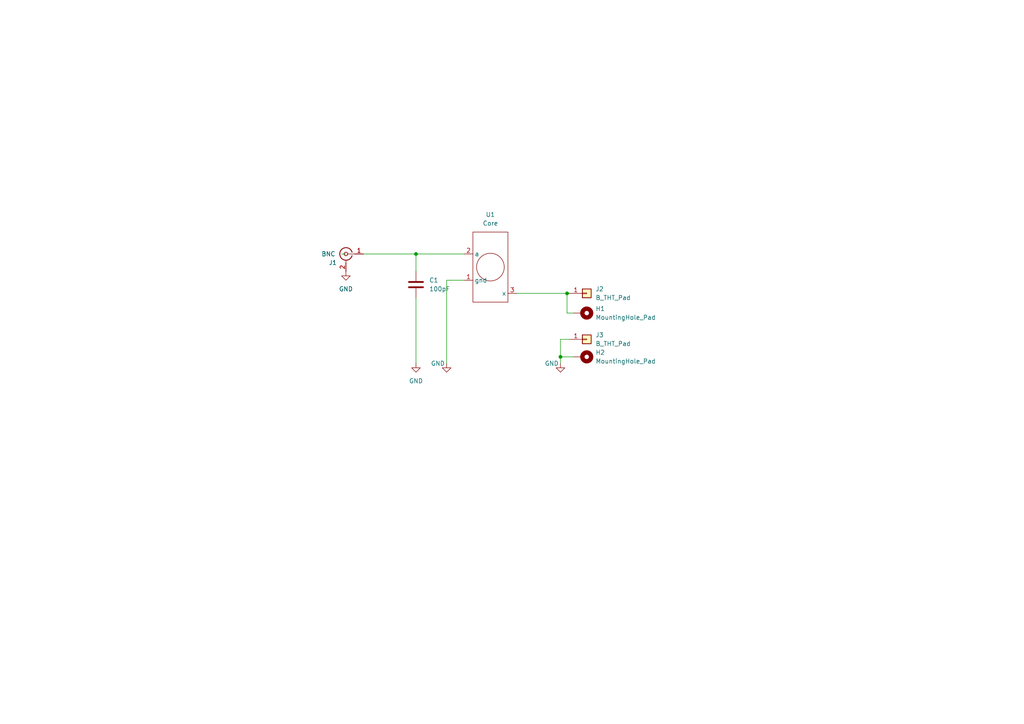
<source format=kicad_sch>
(kicad_sch (version 20211123) (generator eeschema)
  (paper "A4")
  (lib_symbols
    (symbol "Connector:Conn_Coaxial" (pin_names (offset 1.016) hide)
      (property "Reference" "J" (at 0.254 3.048 0))
      (property "Value" "Conn_Coaxial" (at 2.921 0 90))
      (symbol "Conn_Coaxial_0_1"
        (arc (start -1.778 -0.508) (mid 0.222 -1.808) (end 1.778 0) (stroke (width 0.254)))
        (polyline (pts (xy -2.54 0) (xy -0.508 0)))
        (polyline (pts (xy 0 -2.54) (xy 0 -1.778)))
        (circle (center 0 0) (radius 0.508) (stroke (width 0.2032)))
        (arc (start 1.778 0) (mid 0.222 1.8083) (end -1.778 0.508) (stroke (width 0.254)))
      )
      (symbol "Conn_Coaxial_1_1"
        (pin passive line (at -5.08 0 0) (length 2.54) (name "In") (number "1"))
        (pin passive line (at 0 -5.08 90) (length 2.54) (name "Ext") (number "2"))
      )
    )
    (symbol "Connector_Generic:Conn_01x01" (pin_names (offset 1.016) hide)
      (property "Reference" "J" (at 0 2.54 0))
      (property "Value" "Conn_01x01" (at 0 -2.54 0))
      (symbol "Conn_01x01_1_1"
        (rectangle (start -1.27 0.127) (end 0 -0.127) (stroke (width 0.1524)))
        (rectangle (start -1.27 1.27) (end 1.27 -1.27) (stroke (width 0.254)) (fill (type background)))
        (pin passive line (at -5.08 0 0) (length 3.81) (name "Pin_1") (number "1"))
      )
    )
    (symbol "Device:C" (pin_numbers hide) (pin_names (offset 0.254))
      (property "Reference" "C" (at 0.635 2.54 0))
      (property "Value" "C" (at 0.635 -2.54 0))
      (symbol "C_0_1"
        (polyline (pts (xy -2.032 -0.762) (xy 2.032 -0.762)) (stroke (width 0.508)))
        (polyline (pts (xy -2.032 0.762) (xy 2.032 0.762)) (stroke (width 0.508)))
      )
      (symbol "C_1_1"
        (pin passive line (at 0 3.81 270) (length 2.794) (name "~") (number "1"))
        (pin passive line (at 0 -3.81 90) (length 2.794) (name "~") (number "2"))
      )
    )
    (symbol "Mechanical:MountingHole_Pad" (pin_numbers hide) (pin_names (offset 1.016) hide)
      (property "Reference" "H" (at 0 6.35 0))
      (property "Value" "MountingHole_Pad" (at 0 4.445 0))
      (symbol "MountingHole_Pad_0_1"
        (circle (center 0 1.27) (radius 1.27) (stroke (width 1.27)))
      )
      (symbol "MountingHole_Pad_1_1"
        (pin input line (at 0 -2.54 90) (length 2.54) (name "1") (number "1"))
      )
    )
    (symbol "UniBalun:Core"
      (property "Reference" "U" (at 0 0 0))
      (property "Value" "Core" (at -7.62 3.81 0))
      (symbol "Core_0_1"
        (rectangle (start -10.16 5.08) (end 10.16 -5.08))
        (circle (center 0 0) (radius 4.0161))
      )
      (symbol "Core_1_1"
        (pin input line (at 3.81 -7.62 90) (length 2.54) (name "gnd") (number "1"))
        (pin output line (at -3.81 -7.62 90) (length 2.54) (name "a") (number "2"))
        (pin output line (at 7.62 7.62 270) (length 2.54) (name "x") (number "3"))
      )
    )
    (symbol "power:GND" (power) (pin_names (offset 0))
      (property "Value" "GND" (at 0 -3.81 0))
      (symbol "GND_0_1"
        (polyline (pts (xy 0 0) (xy 0 -1.27) (xy 1.27 -1.27) (xy 0 -2.54) (xy -1.27 -1.27) (xy 0 -1.27)))
      )
      (symbol "GND_1_1"
        (pin power_in line (at 0 0 270) (length 0) hide (name "GND") (number "1"))
      )
    )
  )
  (junction (at 164.465 85.09))
  (junction (at 120.65 73.66))
  (junction (at 162.56 103.505))
  (wire (pts (xy 164.465 90.805) (xy 164.465 85.09)))
  (wire (pts (xy 129.54 105.41) (xy 129.54 81.28)))
  (wire (pts (xy 129.54 81.28) (xy 134.62 81.28)))
  (wire (pts (xy 105.41 73.66) (xy 120.65 73.66)))
  (wire (pts (xy 162.56 105.41) (xy 162.56 103.505)))
  (wire (pts (xy 162.56 98.425) (xy 165.1 98.425)))
  (wire (pts (xy 99.06 73.66) (xy 100.33 73.66)))
  (wire (pts (xy 120.65 86.36) (xy 120.65 105.41)))
  (wire (pts (xy 162.56 103.505) (xy 162.56 98.425)))
  (wire (pts (xy 164.465 85.09) (xy 165.1 85.09)))
  (wire (pts (xy 166.37 90.805) (xy 164.465 90.805)))
  (wire (pts (xy 120.65 73.66) (xy 120.65 78.74)))
  (wire (pts (xy 149.86 85.09) (xy 164.465 85.09)))
  (wire (pts (xy 120.65 73.66) (xy 134.62 73.66)))
  (wire (pts (xy 162.56 103.505) (xy 166.37 103.505)))
  (symbol (lib_id "power:GND") (at 162.56 105.41 0) (unit 1)
    (property "Reference" "#PWR04" (effects hide))
    (property "Value" "GND" (at 160.02 105.41 0))
  )
  (symbol (lib_id "power:GND") (at 100.33 78.74 0) (unit 1)
    (property "Reference" "#PWR01" (effects hide))
    (property "Value" "GND" (at 100.33 83.82 0))
  )
  (symbol (lib_id "UniBalun:Core") (at 142.24 77.47 270) (unit 1)
    (property "Reference" "U1" (at 142.24 62.23 90))
    (property "Value" "Core" (at 142.24 64.77 90))
    (property "Footprint" "UniBalunLibrary:FT82_Balun" (effects hide))
  )
  (symbol (lib_id "power:GND") (at 129.54 105.41 0) (unit 1)
    (property "Reference" "#PWR03" (effects hide))
    (property "Value" "GND" (at 127 105.41 0))
  )
  (symbol (lib_id "power:GND") (at 120.65 105.41 0) (unit 1)
    (property "Reference" "#PWR02" (effects hide))
    (property "Value" "GND" (at 120.65 110.49 0))
  )
  (symbol (lib_id "Mechanical:MountingHole_Pad") (at 168.91 90.805 270) (unit 1)
    (property "Reference" "H1" (at 172.72 89.5349 90) (effects (justify left)))
    (property "Value" "MountingHole_Pad" (at 172.72 92.0749 90) (effects (justify left)))
    (property "Footprint" "UniBalunLibrary:2mmJack" (effects hide))
  )
  (symbol (lib_id "Connector:Conn_Coaxial") (at 100.33 73.66 0) (mirror y) (unit 1)
    (property "Reference" "J1" (at 96.52 76.2 0))
    (property "Value" "BNC" (at 95.25 73.66 0))
    (property "Footprint" "Connector_Coaxial:SMA_Samtec_SMA-J-P-X-ST-EM1_EdgeMount" (effects hide))
    (property "Datasheet" " ~" (effects hide))
  )
  (symbol (lib_id "Connector_Generic:Conn_01x01") (at 170.18 98.425 0) (unit 1)
    (property "Reference" "J3" (at 172.72 97.1549 0) (effects (justify left)))
    (property "Value" "B_THT_Pad" (at 172.72 99.6949 0) (effects (justify left)))
    (property "Footprint" "Connector_Wire:SolderWire-1.5sqmm_1x01_D1.7mm_OD3.9mm" (effects hide))
  )
  (symbol (lib_id "Device:C") (at 120.65 82.55 0) (unit 1)
    (property "Reference" "C1" (at 124.46 81.2799 0) (effects (justify left)))
    (property "Value" "100pF" (at 124.46 83.8199 0) (effects (justify left)))
    (property "Footprint" "Capacitor_SMD:C_1206_3216Metric_Pad1.33x1.80mm_HandSolder" (effects hide))
  )
  (symbol (lib_id "Connector_Generic:Conn_01x01") (at 170.18 85.09 0) (unit 1)
    (property "Reference" "J2" (at 172.72 83.8199 0) (effects (justify left)))
    (property "Value" "B_THT_Pad" (at 172.72 86.3599 0) (effects (justify left)))
    (property "Footprint" "Connector_Wire:SolderWire-1.5sqmm_1x01_D1.7mm_OD3.9mm" (effects hide))
  )
  (symbol (lib_id "Mechanical:MountingHole_Pad") (at 168.91 103.505 270) (unit 1)
    (property "Reference" "H2" (at 172.72 102.2349 90) (effects (justify left)))
    (property "Value" "MountingHole_Pad" (at 172.72 104.7749 90) (effects (justify left)))
    (property "Footprint" "UniBalunLibrary:2mmJack" (effects hide))
  )
)
</source>
